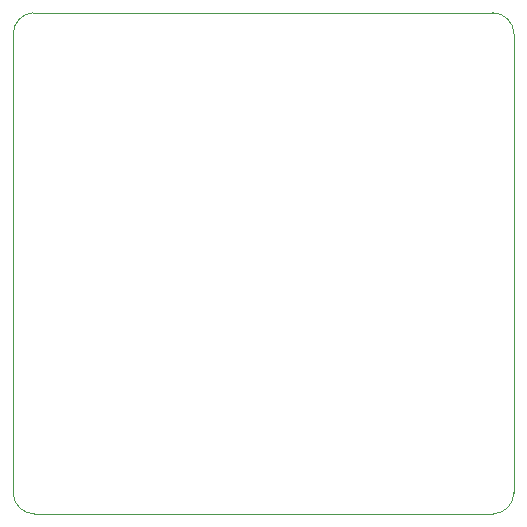
<source format=gko>
G04*
G04 #@! TF.GenerationSoftware,Altium Limited,CircuitMaker,2.2.0 (2.2.0.5)*
G04*
G04 Layer_Color=16720538*
%FSLAX25Y25*%
%MOIN*%
G70*
G04*
G04 #@! TF.SameCoordinates,9A8D6191-CA6A-4FCB-8608-DBD58737C46A*
G04*
G04*
G04 #@! TF.FilePolarity,Positive*
G04*
G01*
G75*
%ADD12C,0.00394*%
D12*
X98227Y104823D02*
G03*
X98251Y104727I198J0D01*
G01*
X104727Y265233D02*
G03*
X98227Y258169I587J-7064D01*
G01*
X104823Y265257D02*
G03*
X104727Y265233I0J-198D01*
G01*
X265159Y258171D02*
G03*
X258071Y265257I-7088J-2D01*
G01*
X265159Y258169D02*
G03*
X265159Y258171I-198J0D01*
G01*
X258073Y98227D02*
G03*
X265159Y105315I-2J7088D01*
G01*
X258071Y98227D02*
G03*
X258073Y98227I0J7088D01*
G01*
X258071Y98227D02*
G03*
X258073Y98227I0J198D01*
G01*
X98251Y104727D02*
G03*
X105315Y98227I7064J587D01*
G01*
X98227Y104823D02*
Y258169D01*
X104823Y265257D02*
X258071D01*
X265159Y105315D02*
Y258169D01*
X258071Y98227D02*
X258073D01*
X105315D02*
X258071D01*
M02*

</source>
